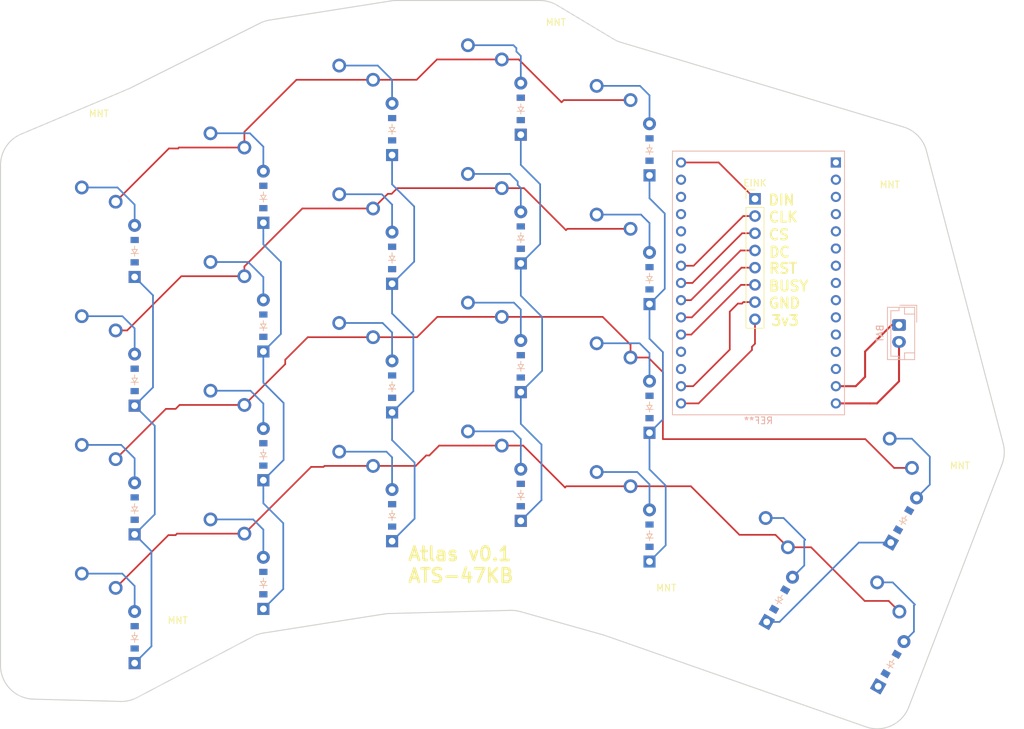
<source format=kicad_pcb>
(kicad_pcb (version 20240108) (generator "pcbnew") (generator_version "8.0")
  (title_block (title "left") (rev "v1.0.0") (company "Unknown"))
  (layers (0 "F.Cu" signal) (31 "B.Cu" signal) (34 "B.Paste" user) (35 "F.Paste" user) (36 "B.SilkS" user "B.Silkscreen") (37 "F.SilkS" user "F.Silkscreen") (38 "B.Mask" user) (39 "F.Mask" user) (44 "Edge.Cuts" user))
  (net 0 "")
  (net 1 "first_mods")
  (net 2 "first_bottom")
  (net 3 "first_home")
  (net 4 "first_top")
  (net 5 "second_mods")
  (net 6 "second_bottom")
  (net 7 "second_home")
  (net 8 "second_top")
  (net 9 "third_mods")
  (net 10 "third_bottom")
  (net 11 "third_home")
  (net 12 "third_top")
  (net 13 "fourth_mods")
  (net 14 "fourth_bottom")
  (net 15 "fourth_home")
  (net 16 "fourth_top")
  (net 17 "fifth_mods")
  (net 18 "fifth_bottom")
  (net 19 "fifth_home")
  (net 20 "fifth_top")
  (net 21 "macro_bottom")
  (net 22 "pinky_bottom")
  (net 23 "ring_bottom")
  (footprint "ComboDiode" (layer "F.Cu") (at 64.8 -55.5 90)
    (property "Reference" "D15" (hide yes))
    (property "Value" "" (hide yes))
  )
  (footprint "MountingHole:MountingHole_2.2mm_M2" (layer "F.Cu") (at 69.979258 -84.070405)
    (property "Reference" "MNT")
    (property "Value" "MountingHole_2.2mm_M2")
  )
  (footprint "ComboDiode" (layer "F.Cu") (at 83.8 -49.5 90)
    (property "Reference" "D19" (hide yes))
    (property "Value" "" (hide yes))
  )
  (footprint "PG1350" (layer "F.Cu") (at 0 -57)
    (property "Reference" "S4" (hide yes))
    (property "Value" "" (hide yes))
  )
  (footprint "ComboDiode" (layer "F.Cu") (at 45.8 -33.5 90)
    (property "Reference" "D10" (hide yes))
    (property "Value" "" (hide yes))
  )
  (footprint "PG1350" (layer "F.Cu") (at 57 -59)
    (property "Reference" "S15" (hide yes))
    (property "Value" "" (hide yes))
  )
  (footprint "PG1350" (layer "F.Cu") (at 0 -19)
    (property "Reference" "S2" (hide yes))
    (property "Value" "" (hide yes))
  )
  (footprint "ComboDiode" (layer "F.Cu") (at 7.8 3.5 90)
    (property "Reference" "D1" (hide yes))
    (property "Value" "" (hide yes))
  )
  (footprint "ComboDiode" (layer "F.Cu") (at 83.8 -30.5 90)
    (property "Reference" "D18" (hide yes))
    (property "Value" "" (hide yes))
  )
  (footprint "PG1350" (layer "F.Cu") (at 0 -38)
    (property "Reference" "S3" (hide yes))
    (property "Value" "" (hide yes))
  )
  (footprint "Connector_PinHeader_2.54mm:PinHeader_1x08_P2.54mm_Vertical" (layer "F.Cu") (at 99.371221 -61.223183)
    (property "Reference" "EINK")
    (property "Value" "PinHeader_1x08_P2.54mm_Vertical")
  )
  (footprint "PG1350" (layer "F.Cu") (at 57 -21)
    (property "Reference" "S13" (hide yes))
    (property "Value" "" (hide yes))
  )
  (footprint "ComboDiode" (layer "F.Cu") (at 45.8 -52.5 90)
    (property "Reference" "D11" (hide yes))
    (property "Value" "" (hide yes))
  )
  (footprint "PG1350" (layer "F.Cu") (at 76 -53)
    (property "Reference" "S19" (hide yes))
    (property "Value" "" (hide yes))
  )
  (footprint "ComboDiode" (layer "F.Cu") (at 64.8 -36.5 90)
    (property "Reference" "D14" (hide yes))
    (property "Value" "" (hide yes))
  )
  (footprint "ComboDiode" (layer "F.Cu") (at 7.8 -15.5 90)
    (property "Reference" "D2" (hide yes))
    (property "Value" "" (hide yes))
  )
  (footprint "MountingHole:MountingHole_2.2mm_M2" (layer "F.Cu") (at 14.155522 4.206158)
    (property "Reference" "MNT")
    (property "Value" "MountingHole_2.2mm_M2")
  )
  (footprint "PG1350" (layer "F.Cu") (at 98 -9 -30)
    (property "Reference" "S21" (hide yes))
    (property "Value" "" (hide yes))
  )
  (footprint "ComboDiode" (layer "F.Cu") (at 103.004998 -2.068911 60)
    (property "Reference" "D21" (hide yes))
    (property "Value" "" (hide yes))
  )
  (footprint "MountingHole:MountingHole_2.2mm_M2" (layer "F.Cu") (at 129.623539 -18.638218)
    (property "Reference" "MNT")
    (property "Value" "MountingHole_2.2mm_M2")
  )
  (footprint "ComboDiode" (layer "F.Cu") (at 45.8 -14.5 90)
    (property "Reference" "D9" (hide yes))
    (property "Value" "" (hide yes))
  )
  (footprint "PG1350" (layer "F.Cu") (at 116.310254 -20.71429 -30)
    (property "Reference" "S23" (hide yes))
    (property "Value" "" (hide yes))
  )
  (footprint "PG1350" (layer "F.Cu") (at 0 0)
    (property "Reference" "S1" (hide yes))
    (property "Value" "" (hide yes))
  )
  (footprint "PG1350" (layer "F.Cu") (at 38 -18)
    (property "Reference" "S9" (hide yes))
    (property "Value" "" (hide yes))
  )
  (footprint "ComboDiode" (layer "F.Cu") (at 83.8 -68.5 90)
    (property "Reference" "D20" (hide yes))
    (property "Value" "" (hide yes))
  )
  (footprint "PG1350" (layer "F.Cu") (at 76 -34)
    (property "Reference" "S18" (hide yes))
    (property "Value" "" (hide yes))
  )
  (footprint "PG1350" (layer "F.Cu") (at 76 -15)
    (property "Reference" "S17" (hide yes))
    (property "Value" "" (hide yes))
  )
  (footprint "PG1350" (layer "F.Cu") (at 19 -27)
    (property "Reference" "S6" (hide yes))
    (property "Value" "" (hide yes))
  )
  (footprint "PG1350" (layer "F.Cu") (at 38 -37)
    (property "Reference" "S10" (hide yes))
    (property "Value" "" (hide yes))
  )
  (footprint "PG1350" (layer "F.Cu") (at 76 -72)
    (property "Reference" "S20" (hide yes))
    (property "Value" "" (hide yes))
  )
  (footprint "ComboDiode" (layer "F.Cu") (at 119.459481 7.431089 60)
    (property "Reference" "D22" (hide yes))
    (property "Value" "" (hide yes))
  )
  (footprint "ComboDiode" (layer "F.Cu") (at 121.315252 -13.783201 60)
    (property "Reference" "D23" (hide yes))
    (property "Value" "" (hide yes))
  )
  (footprint "MountingHole:MountingHole_2.2mm_M2" (layer "F.Cu") (at 2.516754 -70.604835)
    (property "Reference" "MNT")
    (property "Value" "MountingHole_2.2mm_M2")
  )
  (footprint "ComboDiode" (layer "F.Cu") (at 26.8 -4.5 90)
    (property "Reference" "D5" (hide yes))
    (property "Value" "" (hide yes))
  )
  (footprint "MountingHole:MountingHole_2.2mm_M2" (layer "F.Cu") (at 86.272597 -0.583874)
    (property "Reference" "MNT")
    (property "Value" "MountingHole_2.2mm_M2")
  )
  (footprint "PG1350" (layer "F.Cu") (at 57 -78)
    (property "Reference" "S16" (hide yes))
    (property "Value" "" (hide yes))
  )
  (footprint "ComboDiode" (layer "F.Cu") (at 64.8 -74.5 90)
    (property "Reference" "D16" (hide yes))
    (property "Value" "" (hide yes))
  )
  (footprint "ComboDiode" (layer "F.Cu") (at 83.8 -11.5 90)
    (property "Reference" "D17" (hide yes))
    (property "Value" "" (hide yes))
  )
  (footprint "ComboDiode" (layer "F.Cu") (at 45.8 -71.5 90)
    (property "Reference" "D12" (hide yes))
    (property "Value" "" (hide yes))
  )
  (footprint "MountingHole:MountingHole_2.2mm_M2" (layer "F.Cu") (at 119.263242 -60.101691)
    (property "Reference" "MNT")
    (property "Value" "MountingHole_2.2mm_M2")
  )
  (footprint "ComboDiode" (layer "F.Cu") (at 7.8 -34.5 90)
    (property "Reference" "D3" (hide yes))
    (property "Value" "" (hide yes))
  )
  (footprint "PG1350" (layer "F.Cu") (at 38 -75)
    (property "Reference" "S12" (hide yes))
    (property "Value" "" (hide yes))
  )
  (footprint "ComboDiode" (layer "F.Cu") (at 64.8 -17.5 90)
    (property "Reference" "D13" (hide yes))
    (property "Value" "" (hide yes))
  )
  (footprint "PG1350" (layer "F.Cu") (at 19 -8)
    (property "Reference" "S5" (hide yes))
    (property "Value" "" (hide yes))
  )
  (footprint "ComboDiode" (layer "F.Cu") (at 26.8 -61.5 90)
    (property "Reference" "D8" (hide yes))
    (property "Value" "" (hide yes))
  )
  (footprint "ComboDiode" (layer "F.Cu") (at 26.8 -42.5 90)
    (property "Reference" "D7" (hide yes))
    (property "Value" "" (hide yes))
  )
  (footprint "ComboDiode" (layer "F.Cu") (at 7.8 -53.5 90)
    (property "Reference" "D4" (hide yes))
    (property "Value" "" (hide yes))
  )
  (footprint "ComboDiode" (layer "F.Cu") (at 26.8 -23.5 90)
    (property "Reference" "D6" (hide yes))
    (property "Value" "" (hide yes))
  )
  (footprint "PG1350" (layer "F.Cu") (at 114.454483 0.5 -30)
    (property "Reference" "S22" (hide yes))
    (property "Value" "" (hide yes))
  )
  (footprint "PG1350" (layer "F.Cu") (at 19 -46)
    (property "Reference" "S7" (hide yes))
    (property "Value" "" (hide yes))
  )
  (footprint "PG1350" (layer "F.Cu") (at 19 -65)
    (property "Reference" "S8" (hide yes))
    (property "Value" "" (hide yes))
  )
  (footprint "PG1350" (layer "F.Cu") (at 38 -56)
    (property "Reference" "S11" (hide yes))
    (property "Value" "" (hide yes))
  )
  (footprint "PG1350" (layer "F.Cu") (at 57 -40)
    (property "Reference" "S14" (hide yes))
    (property "Value" "" (hide yes))
  )
  (footprint "Connector_JST:JST_EH_B2B-EH-A_1x02_P2.50mm_Vertical" (layer "B.Cu") (at 120.631907 -42.600706 -90)
    (property "Reference" "BAT")
    (property "Value" "JST_EH_B2B-EH-A_1x02_P2.50mm_Vertical")
  )
  (footprint "RF_Module:ESP32-C3-DevKitM-1" (layer "B.Cu") (at 111.313233 -66.588695 180)
    (property "Reference" "REF**")
    (property "Value" "ESP32-C3-DevKitM-1")
  )
  (gr_line (start -8.940285 -70.788301) (end 6.849892 -77.436797) (stroke (width 0.15)) (layer "Edge.Cuts"))
  (gr_line (start 115.749289 16.721269) (end 77.255783 3.238403) (stroke (width 0.15)) (layer "Edge.Cuts"))
  (gr_arc (start 25.268073 3.385225) (mid 26.02141 3.064489) (end 26.816992 2.871001) (stroke (width 0.15)) (layer "Edge.Cuts"))
  (gr_arc (start 44.677799 0.050874) (mid 45.00097 0.010585) (end 45.326079 -0.008581) (stroke (width 0.15)) (layer "Edge.Cuts"))
  (gr_line (start 76.956649 3.144052) (end 64.728626 -0.295074) (stroke (width 0.15)) (layer "Edge.Cuts"))
  (gr_arc (start -7.131534 12.628118) (mid -10.581737 11.118568) (end -12 7.629848) (stroke (width 0.15)) (layer "Edge.Cuts"))
  (gr_line (start 70.187559 -89.787464) (end 78.462553 -84.822468) (stroke (width 0.15)) (layer "Edge.Cuts"))
  (gr_arc (start 8.15524 12.391978) (mid 6.961936 12.836761) (end 5.694975 12.965657) (stroke (width 0.15)) (layer "Edge.Cuts"))
  (gr_arc (start -12 -66.180124) (mid -11.165419 -68.945859) (end -8.940285 -70.788301) (stroke (width 0.15)) (layer "Edge.Cuts"))
  (gr_line (start 7.145675 -77.572838) (end 26.30798 -87.15399) (stroke (width 0.15)) (layer "Edge.Cuts"))
  (gr_arc (start 63.243367 -0.480088) (mid 63.992959 -0.443472) (end 64.728626 -0.295074) (stroke (width 0.15)) (layer "Edge.Cuts"))
  (gr_line (start 124.677372 -68.316004) (end 136.008179 -25.097651) (stroke (width 0.15)) (layer "Edge.Cuts"))
  (gr_arc (start 67.61508 -90.5) (mid 68.949748 -90.318575) (end 70.187559 -89.787465) (stroke (width 0.15)) (layer "Edge.Cuts"))
  (gr_arc (start 121.275452 -71.837747) (mid 123.437015 -70.521807) (end 124.677372 -68.316004) (stroke (width 0.15)) (layer "Edge.Cuts"))
  (gr_line (start 135.838893 -22.036099) (end 122.069402 13.795894) (stroke (width 0.15)) (layer "Edge.Cuts"))
  (gr_line (start 46.392307 -90.5) (end 67.61508 -90.5) (stroke (width 0.15)) (layer "Edge.Cuts"))
  (gr_line (start 27.764235 -87.620669) (end 45.612494 -90.438815) (stroke (width 0.15)) (layer "Edge.Cuts"))
  (gr_line (start 5.694975 12.965657) (end -7.131534 12.628118) (stroke (width 0.15)) (layer "Edge.Cuts"))
  (gr_line (start 79.600412 -84.320166) (end 121.275453 -71.837747) (stroke (width 0.15)) (layer "Edge.Cuts"))
  (gr_line (start -12 7.629848) (end -12 -66.180124) (stroke (width 0.15)) (layer "Edge.Cuts"))
  (gr_line (start 44.677799 0.050874) (end 26.816992 2.871001) (stroke (width 0.15)) (layer "Edge.Cuts"))
  (gr_arc (start 136.008179 -25.097651) (mid 136.164013 -23.553578) (end 135.838893 -22.036099) (stroke (width 0.15)) (layer "Edge.Cuts"))
  (gr_arc (start 45.612494 -90.438815) (mid 46.001202 -90.48468) (end 46.392307 -90.5) (stroke (width 0.15)) (layer "Edge.Cuts"))
  (gr_arc (start 79.600412 -84.320166) (mid 79.015803 -84.535798) (end 78.462553 -84.822468) (stroke (width 0.15)) (layer "Edge.Cuts"))
  (gr_arc (start 122.069401 13.795893) (mid 119.50241 16.539864) (end 115.749289 16.721269) (stroke (width 0.15)) (layer "Edge.Cuts"))
  (gr_arc (start 76.956649 3.144052) (mid 77.106956 3.188881) (end 77.255783 3.238403) (stroke (width 0.15)) (layer "Edge.Cuts"))
  (gr_line (start 63.243366 -0.480089) (end 45.326079 -0.008581) (stroke (width 0.15)) (layer "Edge.Cuts"))
  (gr_arc (start 26.30798 -87.15399) (mid 27.018161 -87.443332) (end 27.764235 -87.620669) (stroke (width 0.15)) (layer "Edge.Cuts"))
  (gr_arc (start 7.145675 -77.572838) (mid 6.998891 -77.502409) (end 6.849892 -77.436797) (stroke (width 0.15)) (layer "Edge.Cuts"))
  (gr_line (start 25.268073 3.385225) (end 8.15524 12.391979) (stroke (width 0.15)) (layer "Edge.Cuts"))
  (gr_text "3v3" (at 101.604288 -42.377082 0) (layer "F.SilkS") (effects (font (size 1.5 1.5) (thickness 0.3) (bold yes)) (justify left bottom)))
  (gr_text "CLK" (at 101.238827 -57.649719 0) (layer "F.SilkS") (effects (font (size 1.5 1.5) (thickness 0.3) (bold yes)) (justify left bottom)))
  (gr_text "DIN" (at 101.195336 -60.172223 0) (layer "F.SilkS") (effects (font (size 1.5 1.5) (thickness 0.3) (bold yes)) (justify left bottom)))
  (gr_text "BUSY" (at 101.238827 -47.47272 0) (layer "F.SilkS") (effects (font (size 1.5 1.5) (thickness 0.3) (bold yes)) (justify left bottom)))
  (gr_text "CS" (at 101.238827 -55.040232 0) (layer "F.SilkS") (effects (font (size 1.5 1.5) (thickness 0.3) (bold yes)) (justify left bottom)))
  (gr_text "GND" (at 101.238827 -44.950215 0) (layer "F.SilkS") (effects (font (size 1.5 1.5) (thickness 0.3) (bold yes)) (justify left bottom)))
  (gr_text "DC" (at 101.282318 -52.474236 0) (layer "F.SilkS") (effects (font (size 1.5 1.5) (thickness 0.3) (bold yes)) (justify left bottom)))
  (gr_text "Atlas v0.1\nATS-47KB" (at 47.975068 -4.430409 0) (layer "F.SilkS") (effects (font (size 2 2) (thickness 0.4) (bold yes)) (justify left bottom)))
  (gr_text "RST" (at 101.282318 -50.082207 0) (layer "F.SilkS") (effects (font (size 1.5 1.5) (thickness 0.3) (bold yes)) (justify left bottom)))
  (segment (start 114.247454 -33.568695) (end 111.313233 -33.568695) (width 0.3) (layer "F.Cu") (net 0))
  (segment (start 52.429213 -81.8) (end 62 -81.8) (width 0.25) (layer "F.Cu") (net 0))
  (segment (start 97.640242 -58.683183) (end 99.371221 -58.683183) (width 0.25) (layer "F.Cu") (net 0))
  (segment (start 5 -3.8) (end 12.784335 -11.584335) (width 0.25) (layer "F.Cu") (net 0))
  (segment (start 49.29 -21.8) (end 50.834988 -23.344988) (width 0.25) (layer "F.Cu") (net 0))
  (segment (start 88.453233 -48.808695) (end 90.134949 -48.808695) (width 0.25) (layer "F.Cu") (net 0))
  (segment (start 43 -78.8) (end 49.429213 -78.8) (width 0.25) (layer "F.Cu") (net 0))
  (segment (start 51.297385 -23.344988) (end 52.752397 -24.8) (width 0.25) (layer "F.Cu") (net 0))
  (segment (start 107.64888 -9.790897) (end 115.570557 -1.86922) (width 0.25) (layer "F.Cu") (net 0))
  (segment (start 115.622318 -38.681212) (end 115.622318 -34.943559) (width 0.3) (layer "F.Cu") (net 0))
  (segment (start 43 -21.8) (end 49.29 -21.8) (width 0.25) (layer "F.Cu") (net 0))
  (segment (start 71.516321 -18.8) (end 81 -18.8) (width 0.25) (layer "F.Cu") (net 0))
  (segment (start 97.657265 -45.983183) (end 99.371221 -45.983183) (width 0.25) (layer "F.Cu") (net 0))
  (segment (start 95.648037 -44.569398) (end 96.838924 -45.760285) (width 0.25) (layer "F.Cu") (net 0))
  (segment (start 65.152849 -24.8) (end 71.334585 -18.618264) (width 0.25) (layer "F.Cu") (net 0))
  (segment (start 89.968041 -41.188695) (end 97.302529 -48.523183) (width 0.25) (layer "F.Cu") (net 0))
  (segment (start 24 -11.8) (end 33.854313 -21.654313) (width 0.25) (layer "F.Cu") (net 0))
  (segment (start 119.541812 -42.600706) (end 115.622318 -38.681212) (width 0.3) (layer "F.Cu") (net 0))
  (segment (start 35.822284 -21.8) (end 43 -21.8) (width 0.25) (layer "F.Cu") (net 0))
  (segment (start 88.453233 -51.348695) (end 90.305754 -51.348695) (width 0.25) (layer "F.Cu") (net 0))
  (segment (start 97.374618 -51.063183) (end 99.371221 -51.063183) (width 0.25) (layer "F.Cu") (net 0))
  (segment (start 70.819855 -75.478458) (end 71.141397 -75.8) (width 0.25) (layer "F.Cu") (net 0))
  (segment (start 95.648037 -38.97223) (end 95.648037 -44.569398) (width 0.25) (layer "F.Cu") (net 0))
  (segment (start 98.922976 -39.389041) (end 99.371221 -39.837286) (width 0.25) (layer "F.Cu") (net 0))
  (segment (start 88.453233 -66.588695) (end 94.005709 -66.588695) (width 0.25) (layer "F.Cu") (net 0))
  (segment (start 35.676597 -21.654313) (end 35.822284 -21.8) (width 0.25) (layer "F.Cu") (net 0))
  (segment (start 91.038985 -31.028695) (end 98.922976 -38.912686) (width 0.25) (layer "F.Cu") (net 0))
  (segment (start 115.570557 -1.86922) (end 119.106287 -1.86922) (width 0.25) (layer "F.Cu") (net 0))
  (segment (start 88.453233 -46.268695) (end 89.914786 -46.268695) (width 0.25) (layer "F.Cu") (net 0))
  (segment (start 104.230127 -9.790897) (end 107.64888 -9.790897) (width 0.25) (layer "F.Cu") (net 0))
  (segment (start 52.752397 -24.8) (end 62 -24.8) (width 0.25) (layer "F.Cu") (net 0))
  (segment (start 64.498313 -81.8) (end 70.819855 -75.478458) (width 0.25) (layer "F.Cu") (net 0))
  (segment (start 115.622318 -34.943559) (end 114.247454 -33.568695) (width 0.3) (layer "F.Cu") (net 0))
  (segment (start 116.381529 -31.030704) (end 116.37952 -31.028695) (width 0.25) (layer "F.Cu") (net 0))
  (segment (start 49.429213 -78.8) (end 52.429213 -81.8) (width 0.25) (layer "F.Cu") (net 0))
  (segment (start 120.631907 -42.600706) (end 119.541812 -42.600706) (width 0.25) (layer "F.Cu") (net 0))
  (segment (start 88.453233 -41.188695) (end 89.968041 -41.188695) (width 0.25) (layer "F.Cu") (net 0))
  (segment (start 71.334585 -18.618264) (end 71.516321 -18.8) (width 0.25) (layer "F.Cu") (net 0))
  (segment (start 94.005709 -66.588695) (end 99.371221 -61.223183) (width 0.25) (layer "F.Cu") (net 0))
  (segment (start 62 -24.8) (end 65.152849 -24.8) (width 0.25) (layer "F.Cu") (net 0))
  (segment (start 62 -81.8) (end 64.498313 -81.8) (width 0.25) (layer "F.Cu") (net 0))
  (segment (start 33.854313 -21.654313) (end 35.676597 -21.654313) (width 0.25) (layer "F.Cu") (net 0))
  (segment (start 90.134949 -48.808695) (end 97.469437 -56.143183) (width 0.25) (layer "F.Cu") (net 0))
  (segment (start 24 -71.116629) (end 31.683371 -78.8) (width 0.25) (layer "F.Cu") (net 0))
  (segment (start 88.453233 -43.728695) (end 90.04013 -43.728695) (width 0.25) (layer "F.Cu") (net 0))
  (segment (start 97.07468 -11.630933) (end 102.390091 -11.630933) (width 0.25) (layer "F.Cu") (net 0))
  (segment (start 71.141397 -75.8) (end 81 -75.8) (width 0.25) (layer "F.Cu") (net 0))
  (segment (start 50.834988 -23.344988) (end 51.297385 -23.344988) (width 0.25) (layer "F.Cu") (net 0))
  (segment (start 120.631907 -40.100706) (end 120.631907 -34.288268) (width 0.3) (layer "F.Cu") (net 0))
  (segment (start 119.106287 -1.86922) (end 120.68461 -0.290897) (width 0.25) (layer "F.Cu") (net 0))
  (segment (start 12.858775 -68.658775) (end 14.209154 -68.658775) (width 0.25) (layer "F.Cu") (net 0))
  (segment (start 5 -60.8) (end 12.858775 -68.658775) (width 0.25) (layer "F.Cu") (net 0))
  (segment (start 88.453233 -31.028695) (end 91.038985 -31.028695) (width 0.25) (layer "F.Cu") (net 0))
  (segment (start 81 -18.8) (end 89.905613 -18.8) (width 0.25) (layer "F.Cu") (net 0))
  (segment (start 102.390091 -11.630933) (end 104.230127 -9.790897) (width 0.25) (layer "F.Cu") (net 0))
  (segment (start 14.209154 -68.658775) (end 14.350379 -68.8) (width 0.25) (layer "F.Cu") (net 0))
  (segment (start 99.371221 -39.837286) (end 99.371221 -43.443183) (width 0.25) (layer "F.Cu") (net 0))
  (segment (start 117.374343 -31.030704) (end 116.381529 -31.030704) (width 0.3) (layer "F.Cu") (net 0))
  (segment (start 96.838924 -45.760285) (end 97.434367 -45.760285) (width 0.25) (layer "F.Cu") (net 0))
  (segment (start 120.631907 -34.288268) (end 117.374343 -31.030704) (width 0.3) (layer "F.Cu") (net 0))
  (segment (start 90.305754 -51.348695) (end 97.640242 -58.683183) (width 0.25) (layer "F.Cu") (net 0))
  (segment (start 97.302529 -48.523183) (end 99.371221 -48.523183) (width 0.25) (layer "F.Cu") (net 0))
  (segment (start 116.37952 -31.028695) (end 111.313233 -31.028695) (width 0.3) (layer "F.Cu") (net 0))
  (segment (start 12.784335 -11.584335) (end 13.841187 -11.584335) (width 0.25) (layer "F.Cu") (net 0))
  (segment (start 97.434367 -45.760285) (end 97.657265 -45.983183) (width 0.25) (layer "F.Cu") (net 0))
  (segment (start 14.056852 -11.8) (end 24 -11.8) (width 0.25) (layer "F.Cu") (net 0))
  (segment (start 14.350379 -68.8) (end 24 -68.8) (width 0.25) (layer "F.Cu") (net 0))
  (segment (start 97.249274 -53.603183) (end 99.371221 -53.603183) (width 0.25) (layer "F.Cu") (net 0))
  (segment (start 89.905613 -18.8) (end 97.07468 -11.630933) (width 0.25) (layer "F.Cu") (net 0))
  (segment (start 90.04013 -43.728695) (end 97.374618 -51.063183) (width 0.25) (layer "F.Cu") (net 0))
  (segment (start 13.841187 -11.584335) (end 14.056852 -11.8) (width 0.25) (layer "F.Cu") (net 0))
  (segment (start 98.922976 -38.912686) (end 98.922976 -39.389041) (width 0.25) (layer "F.Cu") (net 0))
  (segment (start 24 -68.8) (end 24 -71.116629) (width 0.25) (layer "F.Cu") (net 0))
  (segment (start 90.244502 -33.568695) (end 95.648037 -38.97223) (width 0.25) (layer "F.Cu") (net 0))
  (segment (start 31.683371 -78.8) (end 43 -78.8) (width 0.25) (layer "F.Cu") (net 0))
  (segment (start 89.914786 -46.268695) (end 97.249274 -53.603183) (width 0.25) (layer "F.Cu") (net 0))
  (segment (start 88.453233 -33.568695) (end 90.244502 -33.568695) (width 0.25) (layer "F.Cu") (net 0))
  (segment (start 97.469437 -56.143183) (end 99.371221 -56.143183) (width 0.25) (layer "F.Cu") (net 0))
  (segment (start 49.126443 -14.016443) (end 45.8 -10.69) (width 0.25) (layer "B.Cu") (net 0))
  (segment (start 7.8 -30.69) (end 10.76927 -27.72073) (width 0.25) (layer "B.Cu") (net 0))
  (segment (start 119.410252 -10.483644) (end 114.694814 -10.483644) (width 0.25) (layer "B.Cu") (net 0))
  (segment (start 26.8 -57.69) (end 26.8 -54.497408) (width 0.25) (layer "B.Cu") (net 0))
  (segment (start 49.064559 -51.954559) (end 45.8 -48.69) (width 0.25) (layer "B.Cu") (net 0))
  (segment (start 45.8 -67.69) (end 45.8 -63.362522) (width 0.25) (layer "B.Cu") (net 0))
  (segment (start 45.8 -29.69) (end 45.8 -25.612797) (width 0.25) (layer "B.Cu") (net 0))
  (segment (start 83.8 -61.306782) (end 86.051785 -59.054997) (width 0.25) (layer "B.Cu") (net 0))
  (segment (start 10.76927 -14.65927) (end 7.8 -11.69) (width 0.25) (layer "B.Cu") (net 0))
  (segment (start 85.776265 -38.597663) (end 85.776265 -28.666265) (width 0.25) (layer "B.Cu") (net 0))
  (segment (start 64.8 -70.69) (end 64.8 -66.23398) (width 0.25) (layer "B.Cu") (net 0))
  (segment (start 48.940789 -32.830789) (end 45.8 -29.69) (width 0.25) (layer "B.Cu") (net 0))
  (segment (start 10.50737 -33.39737) (end 7.8 -30.69) (width 0.25) (layer "B.Cu") (net 0))
  (segment (start 26.8 -16.278236) (end 29.739505 -13.338731) (width 0.25) (layer "B.Cu") (net 0))
  (segment (start 45.8 -48.69) (end 45.8 -44.302005) (width 0.25) (layer "B.Cu") (net 0))
  (segment (start 29.739505 -3.629505) (end 26.8 -0.69) (width 0.25) (layer "B.Cu") (net 0))
  (segment (start 86.051785 -47.941785) (end 83.8 -45.69) (width 0.25) (layer "B.Cu") (net 0))
  (segment (start 83.8 -45.69) (end 83.8 -40.573928) (width 0.25) (layer "B.Cu") (net 0))
  (segment (start 67.854431 -24.958336) (end 67.854431 -16.744431) (width 0.25) (layer "B.Cu") (net 0))
  (segment (start 26.8 -34.076874) (end 29.789926 -31.086948) (width 0.25) (layer "B.Cu") (net 0))
  (segment (start 83.8 -21.287551) (end 86.189544 -18.898007) (width 0.25) (layer "B.Cu") (net 0))
  (segment (start 45.8 -63.362522) (end 49.064559 -60.097963) (width 0.25) (layer "B.Cu") (net 0))
  (segment (start 10.76927 -27.72073) (end 10.76927 -14.65927) (width 0.25) (layer "B.Cu") (net 0))
  (segment (start 86.189544 -18.898007) (end 86.189544 -10.079544) (width 0.25) (layer "B.Cu") (net 0))
  (segment (start 7.8 -11.69) (end 10.282884 -9.207116) (width 0.25) (layer "B.Cu") (net 0))
  (segment (start 26.8 -54.497408) (end 29.386558 -51.91085) (width 0.25) (layer "B.Cu") (net 0))
  (segment (start 29.739505 -13.338731) (end 29.739505 -3.629505) (width 0.25) (layer "B.Cu") (net 0))
  (segment (start 10.282884 -9.207116) (end 10.282884 4.827116) (width 0.25) (layer "B.Cu") (net 0))
  (segment (start 64.8 -28.012767) (end 67.854431 -24.958336) (width 0.25) (layer "B.Cu") (net 0))
  (segment (start 67.951934 -35.841934) (end 64.8 -32.69) (width 0.25) (layer "B.Cu") (net 0))
  (segment (start 29.386558 -41.276558) (end 26.8 -38.69) (width 0.25) (layer "B.Cu") (net 0))
  (segment (start 102.980524 1.230646) (end 101.099998 1.230646) (width 0.25) (layer "B.Cu") (net 0))
  (segment (start 48.940789 -41.161216) (end 48.940789 -32.830789) (width 0.25) (layer "B.Cu") (net 0))
  (segment (start 29.789926 -31.086948) (end 29.789926 -22.679926) (width 0.25) (layer "B.Cu") (net 0))
  (segment (start 67.659425 -54.549425) (end 64.8 -51.69) (width 0.25) (layer "B.Cu") (net 0))
  (segment (start 86.189544 -10.079544) (end 83.8 -7.69) (width 0.25) (layer "B.Cu") (net 0))
  (segment (start 83.8 -64.69) (end 83.8 -61.306782) (width 0.25) (layer "B.Cu") (net 0))
  (segment (start 49.126443 -22.286354) (end 49.126443 -14.016443) (width 0.25) (layer "B.Cu") (net 0))
  (segment (start 7.8 -49.69) (end 10.50737 -46.98263) (width 0.25) (layer "B.Cu") (net 0))
  (segment (start 64.8 -46.928367) (end 67.951934 -43.776433) (width 0.25) (layer "B.Cu") (net 0))
  (segment (start 10.50737 -46.98263) (end 10.50737 -33.39737) (width 0.25) (layer "B.Cu") (net 0))
  (segment (start 83.8 -26.69) (end 83.8 -21.287551) (width 0.25) (layer "B.Cu") (net 0))
  (segment (start 10.282884 4.827116) (end 7.8 7.31) (width 0.25) (layer "B.Cu") (net 0))
  (segment (start 85.776265 -28.666265) (end 83.8 -26.69) (width 0.25) (layer "B.Cu") (net 0))
  (segment (start 67.659425 -63.374555) (end 67.659425 -54.549425) (width 0.25) (layer "B.Cu") (net 0))
  (segment (start 49.064559 -60.097963) (end 49.064559 -51.954559) (width 0.25) (layer "B.Cu") (net 0))
  (segment (start 45.8 -44.302005) (end 48.940789 -41.161216) (width 0.25) (layer "B.Cu") (net 0))
  (segment (start 29.386558 -51.91085) (end 29.386558 -41.276558) (width 0.25) (layer "B.Cu") (net 0))
  (segment (start 114.694814 -10.483644) (end 102.980524 1.230646) (width 0.25) (layer "B.Cu") (net 0))
  (segment (start 64.8 -32.69) (end 64.8 -28.012767) (width 0.25) (layer "B.Cu") (net 0))
  (segment (start 64.8 -51.69) (end 64.8 -46.928367) (width 0.25) (layer "B.Cu") (net 0))
  (segment (start 83.8 -40.573928) (end 85.776265 -38.597663) (width 0.25) (layer "B.Cu") (net 0))
  (segment (start 67.951934 -43.776433) (end 67.951934 -35.841934) (width 0.25) (layer "B.Cu") (net 0))
  (segment (start 64.8 -66.23398) (end 67.659425 -63.374555) (width 0.25) (layer "B.Cu") (net 0))
  (segment (start 26.8 -19.69) (end 26.8 -16.278236) (width 0.25) (layer "B.Cu") (net 0))
  (segment (start 29.789926 -22.679926) (end 26.8 -19.69) (width 0.25) (layer "B.Cu") (net 0))
  (segment (start 45.8 -25.612797) (end 49.126443 -22.286354) (width 0.25) (layer "B.Cu") (net 0))
  (segment (start 26.8 -38.69) (end 26.8 -34.076874) (width 0.25) (layer "B.Cu") (net 0))
  (segment (start 67.854431 -16.744431) (end 64.8 -13.69) (width 0.25) (layer "B.Cu") (net 0))
  (segment (start 86.051785 -59.054997) (end 86.051785 -47.941785) (width 0.25) (layer "B.Cu") (net 0))
  (segment (start 7.8 -4.075892) (end 7.8 -0.31) (width 0.25) (layer "B.Cu") (net 1))
  (segment (start 5.975892 -5.9) (end 7.8 -4.075892) (width 0.25) (layer "B.Cu") (net 1))
  (segment (start 0 -5.9) (end 5.975892 -5.9) (width 0.25) (layer "B.Cu") (net 1))
  (segment (start 5.810151 -24.9) (end 7.8 -22.910151) (width 0.25) (layer "B.Cu") (net 2))
  (segment (start 7.8 -22.910151) (end 7.8 -19.31) (width 0.25) (layer "B.Cu") (net 2))
  (segment (start 0 -24.9) (end 5.810151 -24.9) (width 0.25) (layer "B.Cu") (net 2))
  (segment (start 0 -43.9) (end 5.98803 -43.9) (width 0.25) (layer "B.Cu") (net 3))
  (segment (start 5.98803 -43.9) (end 7.8 -42.08803) (width 0.25) (layer "B.Cu") (net 3))
  (segment (start 7.8 -42.08803) (end 7.8 -38.31) (width 0.25) (layer "B.Cu") (net 3))
  (segment (start 7.8 -60.362394) (end 7.8 -57.31) (width 0.25) (layer "B.Cu") (net 4))
  (segment (start 5.260639 -62.901755) (end 7.8 -60.362394) (width 0.25) (layer "B.Cu") (net 4))
  (segment (start 0 -62.9) (end 5.258884 -62.9) (width 0.25) (layer "B.Cu") (net 4))
  (segment (start 5.258884 -62.9) (end 5.260639 -62.901755) (width 0.25) (layer "B.Cu") (net 4))
  (segment (start 25.295814 -13.9) (end 26.8 -12.395814) (width 0.25) (layer "B.Cu") (net 5))
  (segment (start 26.8 -12.395814) (end 26.8 -8.31) (width 0.25) (layer "B.Cu") (net 5))
  (segment (start 19 -13.9) (end 25.295814 -13.9) (width 0.25) (layer "B.Cu") (net 5))
  (segment (start 19 -32.9) (end 24.901189 -32.9) (width 0.25) (layer "B.Cu") (net 6))
  (segment (start 24.901189 -32.9) (end 26.8 -31.001189) (width 0.25) (layer "B.Cu") (net 6))
  (segment (start 26.8 -31.001189) (end 26.8 -27.31) (width 0.25) (layer "B.Cu") (net 6))
  (segment (start 19 -51.9) (end 24.556984 -51.9) (width 0.25) (layer "B.Cu") (net 7))
  (segment (start 24.556984 -51.9) (end 26.8 -49.656984) (width 0.25) (layer "B.Cu") (net 7))
  (segment (start 26.8 -49.656984) (end 26.8 -46.31) (width 0.25) (layer "B.Cu") (net 7))
  (segment (start 26.8 -68.917833) (end 26.8 -65.31) (width 0.25) (layer "B.Cu") (net 8))
  (segment (start 24.817833 -70.9) (end 26.8 -68.917833) (width 0.25) (layer "B.Cu") (net 8))
  (segment (start 19 -70.9) (end 24.817833 -70.9) (width 0.25) (layer "B.Cu") (net 8))
  (segment (start 45.8 -23.0708) (end 45.8 -18.31) (width 0.25) (layer "B.Cu") (net 9))
  (segment (start 44.9708 -23.9) (end 45.8 -23.0708) (width 0.25) (layer "B.Cu") (net 9))
  (segment (start 38 -23.9) (end 44.9708 -23.9) (width 0.25) (layer "B.Cu") (net 9))
  (segment (start 44.397945 -42.9) (end 45.8 -41.497945) (width 0.25) (layer "B.Cu") (net 10))
  (segment (start 45.8 -41.497945) (end 45.8 -37.31) (width 0.25) (layer "B.Cu") (net 10))
  (segment (start 38 -42.9) (end 44.397945 -42.9) (width 0.25) (layer "B.Cu") (net 10))
  (segment (start 45.8 -60.38008) (end 45.8 -56.31) (width 0.25) (layer "B.Cu") (net 11))
  (segment (start 38 -61.9) (end 44.28008 -61.9) (width 0.25) (layer "B.Cu") (net 11))
  (segment (start 44.28008 -61.9) (end 45.8 -60.38008) (width 0.25) (layer "B.Cu") (net 11))
  (segment (start 45.8 -78.78009) (end 45.8 -75.31) (width 0.25) (layer "B.Cu") (net 12))
  (segment (start 38 -80.9) (end 43.68009 -80.9) (width 0.25) (layer "B.Cu") (net 12))
  (segment (start 43.68009 -80.9) (end 45.8 -78.78009) (width 0.25) (layer "B.Cu") (net 12))
  (segment (start 57 -26.9) (end 63.670196 -26.9) (width 0.25) (layer "B.Cu") (net 13))
  (segment (start 64.8 -25.770196) (end 64.8 -21.31) (width 0.25) (layer "B.Cu") (net 13))
  (segment (start 63.670196 -26.9) (end 64.8 -25.770196) (width 0.25) (layer "B.Cu") (net 13))
  (segment (start 115.657549 -25.756526) (end 119.908888 -21.505187) (width 0.25) (layer "F.Cu") (net 14))
  (segment (start 12.419213 -30.219213) (end 13.8504 -30.219213) (width 0.25) (layer "F.Cu") (net 14))
  (segment (start 30.030423 -36.830423) (end 30.030423 -37.472327) (width 0.25) (layer "F.Cu") (net 14))
  (segment (start 85.778092 -35.642219) (end 85.778092 -25.756526) (width 0.25) (layer "F.Cu") (net 14))
  (segment (start 43 -40.8) (end 49.476127 -40.8) (width 0.25) (layer "F.Cu") (net 14))
  (segment (start 52.476127 -43.8) (end 62 -43.8) (width 0.25) (layer "F.Cu") (net 14))
  (segment (start 24 -30.8) (end 30.030423 -36.830423) (width 0.25) (layer "F.Cu") (net 14))
  (segment (start 62 -43.8) (end 76.892251 -43.8) (width 0.25) (layer "F.Cu") (net 14))
  (segment (start 85.778092 -25.756526) (end 115.657549 -25.756526) (width 0.25) (layer "F.Cu") (net 14))
  (segment (start 81 -39.692251) (end 81 -37.8) (width 0.25) (layer "F.Cu") (net 14))
  (segment (start 33.358096 -40.8) (end 43 -40.8) (width 0.25) (layer "F.Cu") (net 14))
  (segment (start 119.908888 -21.505187) (end 122.540381 -21.505187) (width 0.25) (layer "F.Cu") (net 14))
  (segment (start 5 -22.8) (end 12.419213 -30.219213) (width 0.25) (layer "F.Cu") (net 14))
  (segment (start 76.892251 -43.8) (end 81 -39.692251) (width 0.25) (layer "F.Cu") (net 14))
  (segment (start 83.620311 -37.8) (end 85.778092 -35.642219) (width 0.25) (layer "F.Cu") (net 14))
  (segment (start 49.476127 -40.8) (end 52.476127 -43.8) (width 0.25) (layer "F.Cu") (net 14))
  (segment (start 81 -37.8) (end 83.620311 -37.8) (width 0.25) (layer "F.Cu") (net 14))
  (segment (start 30.030423 -37.472327) (end 33.358096 -40.8) (width 0.25) (layer "F.Cu") (net 14))
  (segment (start 13.8504 -30.219213) (end 14.431187 -30.8) (width 0.25) (layer "F.Cu") (net 14))
  (segment (start 14.431187 -30.8) (end 24 -30.8) (width 0.25) (layer "F.Cu") (net 14))
  (segment (start 64.8 -44.880803) (end 64.8 -40.31) (width 0.25) (layer "B.Cu") (net 14))
  (segment (start 57 -45.9) (end 63.780803 -45.9) (width 0.25) (layer "B.Cu") (net 14))
  (segment (start 63.780803 -45.9) (end 64.8 -44.880803) (width 0.25) (layer "B.Cu") (net 14))
  (segment (start 45.167075 -61.967075) (end 45.734352 -61.967075) (width 0.25) (layer "F.Cu") (net 15))
  (segment (start 65.276309 -62.8) (end 71.471046 -56.605263) (width 0.25) (layer "F.Cu") (net 15))
  (segment (start 71.665783 -56.8) (end 81 -56.8) (width 0.25) (layer "F.Cu") (net 15))
  (segment (start 24 -51.242309) (end 32.557691 -59.8) (width 0.25) (layer "F.Cu") (net 15))
  (segment (start 32.557691 -59.8) (end 43 -59.8) (width 0.25) (layer "F.Cu") (net 15))
  (segment (start 71.471046 -56.605263) (end 71.665783 -56.8) (width 0.25) (layer "F.Cu") (net 15))
  (segment (start 14.693701 -49.8) (end 24 -49.8) (width 0.25) (layer "F.Cu") (net 15))
  (segment (start 43 -59.8) (end 45.167075 -61.967075) (width 0.25) (layer "F.Cu") (net 15))
  (segment (start 46.567277 -62.8) (end 62 -62.8) (width 0.25) (layer "F.Cu") (net 15))
  (segment (start 5 -41.8) (end 6.693701 -41.8) (width 0.25) (layer "F.Cu") (net 15))
  (segment (start 45.734352 -61.967075) (end 46.567277 -62.8) (width 0.25) (layer "F.Cu") (net 15))
  (segment (start 24 -49.8) (end 24 -51.242309) (width 0.25) (layer "F.Cu") (net 15))
  (segment (start 62 -62.8) (end 65.276309 -62.8) (width 0.25) (layer "F.Cu") (net 15))
  (segment (start 6.693701 -41.8) (end 14.693701 -49.8) (width 0.25) (layer "F.Cu") (net 15))
  (segment (start 64.8 -62.821372) (end 64.8 -59.31) (width 0.25) (layer "B.Cu") (net 15))
  (segment (start 57 -64.9) (end 63.208888 -64.9) (width 0.25) (layer "B.Cu") (net 15))
  (segment (start 64.34432 -63.764568) (end 64.34432 -63.277052) (width 0.25) (layer "B.Cu") (net 15))
  (segment (start 64.34432 -63.277052) (end 64.8 -62.821372) (width 0.25) (layer "B.Cu") (net 15))
  (segment (start 63.208888 -64.9) (end 64.34432 -63.764568) (width 0.25) (layer "B.Cu") (net 15))
  (segment (start 63.709507 -83.9) (end 64.149314 -83.460193) (width 0.25) (layer "B.Cu") (net 16))
  (segment (start 57 -83.9) (end 63.709507 -83.9) (width 0.25) (layer "B.Cu") (net 16))
  (segment (start 64.8 -82.321992) (end 64.8 -78.31) (width 0.25) (layer "B.Cu") (net 16))
  (segment (start 64.149314 -82.972678) (end 64.8 -82.321992) (width 0.25) (layer "B.Cu") (net 16))
  (segment (start 64.149314 -83.460193) (end 64.149314 -82.972678) (width 0.25) (layer "B.Cu") (net 16))
  (segment (start 81.983558 -20.9) (end 83.8 -19.083558) (width 0.25) (layer "B.Cu") (net 17))
  (segment (start 76 -20.9) (end 81.983558 -20.9) (width 0.25) (layer "B.Cu") (net 17))
  (segment (start 83.8 -19.083558) (end 83.8 -15.31) (width 0.25) (layer "B.Cu") (net 17))
  (segment (start 76 -39.9) (end 82.338186 -39.9) (width 0.25) (layer "B.Cu") (net 18))
  (segment (start 83.8 -38.438186) (end 83.8 -34.31) (width 0.25) (layer "B.Cu") (net 18))
  (segment (start 82.338186 -39.9) (end 83.8 -38.438186) (width 0.25) (layer "B.Cu") (net 18))
  (segment (start 82.541607 -58.9) (end 83.8 -57.641607) (width 0.25) (layer "B.Cu") (net 19))
  (segment (start 83.8 -57.641607) (end 83.8 -53.31) (width 0.25) (layer "B.Cu") (net 19))
  (segment (start 76 -58.9) (end 82.541607 -58.9) (width 0.25) (layer "B.Cu") (net 19))
  (segment (start 82.39221 -77.9) (end 83.8 -76.49221) (width 0.25) (layer "B.Cu") (net 20))
  (segment (start 83.8 -76.49221) (end 83.8 -72.31) (width 0.25) (layer "B.Cu") (net 20))
  (segment (start 76 -77.9) (end 82.39221 -77.9) (width 0.25) (layer "B.Cu") (net 20))
  (segment (start 106.784638 -10.907938) (end 106.646878 -10.770178) (width 0.25) (layer "B.Cu") (net 21))
  (segment (start 106.646878 -10.770178) (end 106.646878 -7.105348) (width 0.25) (layer "B.Cu") (net 21))
  (segment (start 106.646878 -7.105348) (end 104.909998 -5.368468) (width 0.25) (layer "B.Cu") (net 21))
  (segment (start 100.95 -14.10955) (end 103.583026 -14.10955) (width 0.25) (layer "B.Cu") (net 21))
  (segment (start 103.583026 -14.10955) (end 106.784638 -10.907938) (width 0.25) (layer "B.Cu") (net 21))
  (segment (start 122.833658 -1.195871) (end 122.833658 2.662355) (width 0.25) (layer "B.Cu") (net 22))
  (segment (start 117.404483 -4.60955) (end 119.695497 -4.60955) (width 0.25) (layer "B.Cu") (net 22))
  (segment (start 122.971417 -1.33363) (end 122.833658 -1.195871) (width 0.25) (layer "B.Cu") (net 22))
  (segment (start 122.833658 2.662355) (end 121.364481 4.131532) (width 0.25) (layer "B.Cu") (net 22))
  (segment (start 119.695497 -4.60955) (end 122.971417 -1.33363) (width 0.25) (layer "B.Cu") (net 22))
  (segment (start 122.520297 -25.82384) (end 125.175575 -23.168562) (width 0.25) (layer "B.Cu") (net 23))
  (segment (start 125.175575 -23.168562) (end 125.175575 -19.038081) (width 0.25) (layer "B.Cu") (net 23))
  (segment (start 119.260254 -25.82384) (end 122.520297 -25.82384) (width 0.25) (layer "B.Cu") (net 23))
  (segment (start 125.175575 -19.038081) (end 123.220252 -17.082758) (width 0.25) (layer "B.Cu") (net 23))
)
</source>
